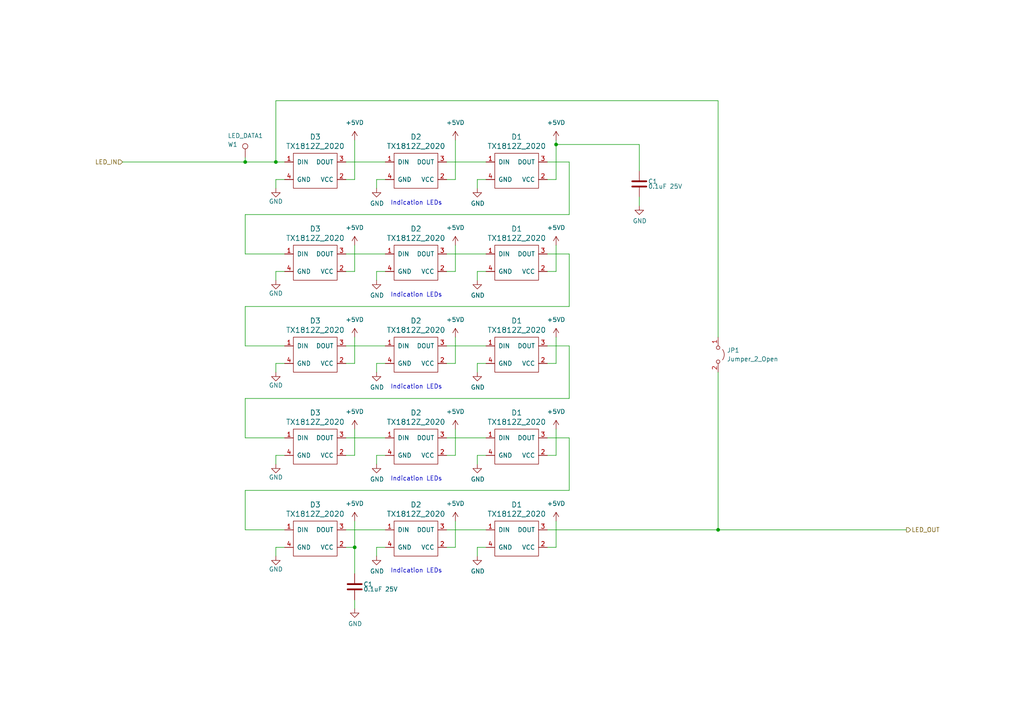
<source format=kicad_sch>
(kicad_sch (version 20230121) (generator eeschema)
  (paper "A4")
  (lib_symbols
    (symbol "Device:C" (pin_numbers hide) (pin_names (offset 0.254))
      (property "Reference" "C" (at 0.635 2.54 0))
      (property "Value" "C" (at 0.635 -2.54 0))
      (symbol "C_0_1"
        (polyline (pts (xy -2.032 -0.762) (xy 2.032 -0.762)) (stroke (width 0.508)))
        (polyline (pts (xy -2.032 0.762) (xy 2.032 0.762)) (stroke (width 0.508)))
      )
      (symbol "C_1_1"
        (pin passive line (at 0 3.81 270) (length 2.794) (name "~") (number "1"))
        (pin passive line (at 0 -3.81 90) (length 2.794) (name "~") (number "2"))
      )
    )
    (symbol "Jumper:Jumper_2_Open" (pin_names (offset 0) hide)
      (property "Reference" "JP" (at 0 2.794 0))
      (property "Value" "Jumper_2_Open" (at 0 -2.286 0))
      (symbol "Jumper_2_Open_0_0"
        (circle (center -2.032 0) (radius 0.508))
        (circle (center 2.032 0) (radius 0.508))
      )
      (symbol "Jumper_2_Open_0_1"
        (arc (start 1.524 1.27) (mid 0 1.778) (end -1.524 1.27))
      )
      (symbol "Jumper_2_Open_1_1"
        (pin passive line (at -5.08 0 0) (length 2.54) (name "A") (number "1"))
        (pin passive line (at 5.08 0 180) (length 2.54) (name "B") (number "2"))
      )
    )
    (symbol "Pixels-dice:TEST_1P-conn" (pin_numbers hide) (pin_names (offset 0.762) hide)
      (property "Reference" "W" (at 0 6.858 0))
      (property "Value" "TEST_1P-conn" (at 0 5.08 0))
      (symbol "TEST_1P-conn_0_1"
        (circle (center 0 3.302) (radius 0.762))
      )
      (symbol "TEST_1P-conn_1_1"
        (pin passive line (at 0 0 90) (length 2.54) (name "1") (number "1"))
      )
    )
    (symbol "Pixels-dice:TX1812Z_2020" (pin_names (offset 1.016))
      (property "Reference" "D" (at 0 -6.35 0))
      (property "Value" "TX1812Z_2020" (at 0 6.35 0))
      (symbol "TX1812Z_2020_0_1"
        (rectangle (start -6.35 5.08) (end 6.35 -5.08))
      )
      (symbol "TX1812Z_2020_1_1"
        (pin input line (at -8.89 2.54 0) (length 2.54) (name "DIN") (number "1"))
        (pin power_in line (at 8.89 -2.54 180) (length 2.54) (name "VCC") (number "2"))
        (pin output line (at 8.89 2.54 180) (length 2.54) (name "DOUT") (number "3"))
        (pin power_in line (at -8.89 -2.54 0) (length 2.54) (name "GND") (number "4"))
      )
    )
    (symbol "power:+5VD" (power) (pin_names (offset 0))
      (property "Value" "+5VD" (at 0 3.556 0))
      (symbol "+5VD_0_1"
        (polyline (pts (xy -0.762 1.27) (xy 0 2.54)))
        (polyline (pts (xy 0 0) (xy 0 2.54)))
        (polyline (pts (xy 0 2.54) (xy 0.762 1.27)))
      )
      (symbol "+5VD_1_1"
        (pin power_in line (at 0 0 90) (length 0) hide (name "+5VD") (number "1"))
      )
    )
    (symbol "power:GND" (power) (pin_names (offset 0))
      (property "Value" "GND" (at 0 -3.81 0))
      (symbol "GND_0_1"
        (polyline (pts (xy 0 0) (xy 0 -1.27) (xy 1.27 -1.27) (xy 0 -2.54) (xy -1.27 -1.27) (xy 0 -1.27)))
      )
      (symbol "GND_1_1"
        (pin power_in line (at 0 0 270) (length 0) hide (name "GND") (number "1"))
      )
    )
  )
  (junction (at 71.12 46.99))
  (junction (at 161.29 41.91))
  (junction (at 208.28 153.67))
  (junction (at 102.87 158.75))
  (junction (at 80.01 46.99))
  (wire (pts (xy 71.12 100.33) (xy 82.55 100.33)))
  (wire (pts (xy 100.33 105.41) (xy 102.87 105.41)))
  (wire (pts (xy 100.33 73.66) (xy 111.76 73.66)))
  (wire (pts (xy 129.54 127) (xy 140.97 127)))
  (wire (pts (xy 208.28 29.21) (xy 208.28 97.79)))
  (wire (pts (xy 100.33 78.74) (xy 102.87 78.74)))
  (wire (pts (xy 109.22 81.28) (xy 109.22 78.74)))
  (wire (pts (xy 138.43 132.08) (xy 140.97 132.08)))
  (wire (pts (xy 100.33 158.75) (xy 102.87 158.75)))
  (wire (pts (xy 80.01 78.74) (xy 80.01 81.28)))
  (wire (pts (xy 100.33 46.99) (xy 111.76 46.99)))
  (wire (pts (xy 132.08 40.64) (xy 132.08 52.07)))
  (wire (pts (xy 102.87 124.46) (xy 102.87 132.08)))
  (wire (pts (xy 185.42 41.91) (xy 185.42 49.53)))
  (wire (pts (xy 132.08 97.79) (xy 132.08 105.41)))
  (wire (pts (xy 165.1 62.23) (xy 71.12 62.23)))
  (wire (pts (xy 102.87 173.99) (xy 102.87 176.53)))
  (wire (pts (xy 102.87 71.12) (xy 102.87 78.74)))
  (wire (pts (xy 100.33 100.33) (xy 111.76 100.33)))
  (wire (pts (xy 80.01 158.75) (xy 80.01 161.29)))
  (wire (pts (xy 80.01 132.08) (xy 82.55 132.08)))
  (wire (pts (xy 185.42 57.15) (xy 185.42 59.69)))
  (wire (pts (xy 158.75 105.41) (xy 161.29 105.41)))
  (wire (pts (xy 165.1 100.33) (xy 165.1 115.57)))
  (wire (pts (xy 80.01 29.21) (xy 208.28 29.21)))
  (wire (pts (xy 80.01 132.08) (xy 80.01 134.62)))
  (wire (pts (xy 161.29 97.79) (xy 161.29 105.41)))
  (wire (pts (xy 80.01 158.75) (xy 82.55 158.75)))
  (wire (pts (xy 138.43 158.75) (xy 140.97 158.75)))
  (wire (pts (xy 129.54 153.67) (xy 140.97 153.67)))
  (wire (pts (xy 109.22 78.74) (xy 111.76 78.74)))
  (wire (pts (xy 102.87 97.79) (xy 102.87 105.41)))
  (wire (pts (xy 109.22 105.41) (xy 111.76 105.41)))
  (wire (pts (xy 71.12 115.57) (xy 71.12 127)))
  (wire (pts (xy 80.01 78.74) (xy 82.55 78.74)))
  (wire (pts (xy 109.22 54.61) (xy 109.22 52.07)))
  (wire (pts (xy 100.33 132.08) (xy 102.87 132.08)))
  (wire (pts (xy 158.75 127) (xy 165.1 127)))
  (wire (pts (xy 129.54 52.07) (xy 132.08 52.07)))
  (wire (pts (xy 100.33 127) (xy 111.76 127)))
  (wire (pts (xy 161.29 41.91) (xy 161.29 52.07)))
  (wire (pts (xy 158.75 52.07) (xy 161.29 52.07)))
  (wire (pts (xy 138.43 52.07) (xy 140.97 52.07)))
  (wire (pts (xy 80.01 46.99) (xy 71.12 46.99)))
  (wire (pts (xy 35.56 46.99) (xy 71.12 46.99)))
  (wire (pts (xy 71.12 62.23) (xy 71.12 73.66)))
  (wire (pts (xy 185.42 41.91) (xy 161.29 41.91)))
  (wire (pts (xy 100.33 153.67) (xy 111.76 153.67)))
  (wire (pts (xy 161.29 124.46) (xy 161.29 132.08)))
  (wire (pts (xy 161.29 151.13) (xy 161.29 158.75)))
  (wire (pts (xy 71.12 153.67) (xy 82.55 153.67)))
  (wire (pts (xy 80.01 105.41) (xy 80.01 107.95)))
  (wire (pts (xy 100.33 52.07) (xy 102.87 52.07)))
  (wire (pts (xy 158.75 132.08) (xy 161.29 132.08)))
  (wire (pts (xy 71.12 45.72) (xy 71.12 46.99)))
  (wire (pts (xy 208.28 107.95) (xy 208.28 153.67)))
  (wire (pts (xy 158.75 158.75) (xy 161.29 158.75)))
  (wire (pts (xy 165.1 127) (xy 165.1 142.24)))
  (wire (pts (xy 129.54 100.33) (xy 140.97 100.33)))
  (wire (pts (xy 109.22 158.75) (xy 111.76 158.75)))
  (wire (pts (xy 109.22 161.29) (xy 109.22 158.75)))
  (wire (pts (xy 132.08 71.12) (xy 132.08 78.74)))
  (wire (pts (xy 80.01 46.99) (xy 80.01 29.21)))
  (wire (pts (xy 102.87 151.13) (xy 102.87 158.75)))
  (wire (pts (xy 82.55 46.99) (xy 80.01 46.99)))
  (wire (pts (xy 109.22 134.62) (xy 109.22 132.08)))
  (wire (pts (xy 129.54 46.99) (xy 140.97 46.99)))
  (wire (pts (xy 129.54 73.66) (xy 140.97 73.66)))
  (wire (pts (xy 80.01 105.41) (xy 82.55 105.41)))
  (wire (pts (xy 71.12 127) (xy 82.55 127)))
  (wire (pts (xy 129.54 158.75) (xy 132.08 158.75)))
  (wire (pts (xy 102.87 158.75) (xy 102.87 166.37)))
  (wire (pts (xy 109.22 52.07) (xy 111.76 52.07)))
  (wire (pts (xy 129.54 105.41) (xy 132.08 105.41)))
  (wire (pts (xy 138.43 52.07) (xy 138.43 54.61)))
  (wire (pts (xy 132.08 151.13) (xy 132.08 158.75)))
  (wire (pts (xy 138.43 132.08) (xy 138.43 134.62)))
  (wire (pts (xy 158.75 78.74) (xy 161.29 78.74)))
  (wire (pts (xy 165.1 46.99) (xy 165.1 62.23)))
  (wire (pts (xy 138.43 105.41) (xy 138.43 107.95)))
  (wire (pts (xy 165.1 142.24) (xy 71.12 142.24)))
  (wire (pts (xy 161.29 40.64) (xy 161.29 41.91)))
  (wire (pts (xy 129.54 132.08) (xy 132.08 132.08)))
  (wire (pts (xy 132.08 124.46) (xy 132.08 132.08)))
  (wire (pts (xy 165.1 88.9) (xy 71.12 88.9)))
  (wire (pts (xy 208.28 153.67) (xy 262.89 153.67)))
  (wire (pts (xy 158.75 46.99) (xy 165.1 46.99)))
  (wire (pts (xy 158.75 73.66) (xy 165.1 73.66)))
  (wire (pts (xy 80.01 52.07) (xy 82.55 52.07)))
  (wire (pts (xy 129.54 78.74) (xy 132.08 78.74)))
  (wire (pts (xy 138.43 78.74) (xy 140.97 78.74)))
  (wire (pts (xy 138.43 158.75) (xy 138.43 161.29)))
  (wire (pts (xy 138.43 105.41) (xy 140.97 105.41)))
  (wire (pts (xy 102.87 40.64) (xy 102.87 52.07)))
  (wire (pts (xy 138.43 78.74) (xy 138.43 81.28)))
  (wire (pts (xy 165.1 115.57) (xy 71.12 115.57)))
  (wire (pts (xy 161.29 71.12) (xy 161.29 78.74)))
  (wire (pts (xy 158.75 100.33) (xy 165.1 100.33)))
  (wire (pts (xy 109.22 107.95) (xy 109.22 105.41)))
  (wire (pts (xy 165.1 73.66) (xy 165.1 88.9)))
  (wire (pts (xy 71.12 88.9) (xy 71.12 100.33)))
  (wire (pts (xy 71.12 142.24) (xy 71.12 153.67)))
  (wire (pts (xy 158.75 153.67) (xy 208.28 153.67)))
  (wire (pts (xy 71.12 73.66) (xy 82.55 73.66)))
  (wire (pts (xy 109.22 132.08) (xy 111.76 132.08)))
  (wire (pts (xy 80.01 52.07) (xy 80.01 54.61)))
  (text "Indication LEDs" (at 128.27 139.7 0) (effects (font (size 1.27 1.27)) (justify right bottom)))
  (text "Indication LEDs" (at 128.27 86.36 0) (effects (font (size 1.27 1.27)) (justify right bottom)))
  (text "Indication LEDs" (at 128.27 113.03 0) (effects (font (size 1.27 1.27)) (justify right bottom)))
  (text "Indication LEDs" (at 128.27 166.37 0) (effects (font (size 1.27 1.27)) (justify right bottom)))
  (text "Indication LEDs" (at 128.27 59.69 0) (effects (font (size 1.27 1.27)) (justify right bottom)))
  (hierarchical_label "LED_OUT" (shape output) (at 262.89 153.67 0))
  (hierarchical_label "LED_IN" (shape input) (at 35.56 46.99 180))
  (symbol (lib_id "power:GND") (at 102.87 176.53 0) (unit 1)
    (property "Reference" "#PWR01" (effects hide))
    (property "Value" "GND" (at 102.997 180.9242 0))
    (instances (project "Main" (path "" (reference "#PWR01") (unit 1)) (path "" (reference "#PWR0116") (unit 1))))
  )
  (symbol (lib_id "power:GND") (at 138.43 107.95 0) (unit 1)
    (property "Reference" "#PWR015" (effects hide))
    (property "Value" "GND" (at 138.557 112.3442 0))
    (instances (project "Main" (path "" (reference "#PWR015") (unit 1)) (path "" (reference "#PWR0106") (unit 1))))
  )
  (symbol (lib_id "Pixels-dice:TX1812Z_2020") (at 120.65 156.21 0) (unit 1)
    (property "Reference" "D2" (at 120.65 146.3802 0) (effects (font (size 1.524 1.524))))
    (property "Value" "TX1812Z_2020" (at 120.65 149.0726 0) (effects (font (size 1.524 1.524))))
    (property "Footprint" "Pixels-dice:TX1812Z_2020" (effects hide))
    (property "Manufacturer" "TCWIN" (effects hide))
    (property "Manufacturer Part Number" "TC2020RGB-3CJH-TX1812Z5" (effects hide))
    (property "Generic OK" "NO" (effects hide))
    (property "LCSC Part #" "C784564" (effects hide))
    (instances (project "Main" (path "" (reference "D2") (unit 1)) (path "" (reference "D15") (unit 1))))
  )
  (symbol (lib_id "power:+5VD") (at 132.08 71.12 0) (mirror y) (unit 1)
    (property "Reference" "#PWR018" (effects hide))
    (property "Value" "+5VD" (at 132.08 66.04 0))
    (instances (project "Main" (path "" (reference "#PWR018") (unit 1)) (path "" (reference "#PWR065") (unit 1))))
  )
  (symbol (lib_id "power:+5VD") (at 102.87 151.13 0) (mirror y) (unit 1)
    (property "Reference" "#PWR025" (effects hide))
    (property "Value" "+5VD" (at 102.87 146.05 0))
    (instances (project "Main" (path "" (reference "#PWR025") (unit 1)) (path "" (reference "#PWR0111") (unit 1))))
  )
  (symbol (lib_id "power:+5VD") (at 161.29 40.64 0) (mirror y) (unit 1)
    (property "Reference" "#PWR06" (effects hide))
    (property "Value" "+5VD" (at 161.29 35.56 0))
  )
  (symbol (lib_id "power:+5VD") (at 102.87 124.46 0) (mirror y) (unit 1)
    (property "Reference" "#PWR025" (effects hide))
    (property "Value" "+5VD" (at 102.87 119.38 0))
    (instances (project "Main" (path "" (reference "#PWR025") (unit 1)) (path "" (reference "#PWR0101") (unit 1))))
  )
  (symbol (lib_id "power:GND") (at 109.22 134.62 0) (unit 1)
    (property "Reference" "#PWR022" (effects hide))
    (property "Value" "GND" (at 109.347 139.0142 0))
    (instances (project "Main" (path "" (reference "#PWR022") (unit 1)) (path "" (reference "#PWR0103") (unit 1))))
  )
  (symbol (lib_id "power:GND") (at 185.42 59.69 0) (unit 1)
    (property "Reference" "#PWR01" (effects hide))
    (property "Value" "GND" (at 185.547 64.0842 0))
  )
  (symbol (lib_id "power:GND") (at 138.43 134.62 0) (unit 1)
    (property "Reference" "#PWR015" (effects hide))
    (property "Value" "GND" (at 138.557 139.0142 0))
    (instances (project "Main" (path "" (reference "#PWR015") (unit 1)) (path "" (reference "#PWR0107") (unit 1))))
  )
  (symbol (lib_id "power:GND") (at 109.22 161.29 0) (unit 1)
    (property "Reference" "#PWR022" (effects hide))
    (property "Value" "GND" (at 109.347 165.6842 0))
    (instances (project "Main" (path "" (reference "#PWR022") (unit 1)) (path "" (reference "#PWR0112") (unit 1))))
  )
  (symbol (lib_id "Pixels-dice:TX1812Z_2020") (at 149.86 49.53 0) (unit 1)
    (property "Reference" "D1" (at 149.86 39.7002 0) (effects (font (size 1.524 1.524))))
    (property "Value" "TX1812Z_2020" (at 149.86 42.3926 0) (effects (font (size 1.524 1.524))))
    (property "Footprint" "Pixels-dice:TX1812Z_2020" (effects hide))
    (property "Manufacturer" "TCWIN" (effects hide))
    (property "Manufacturer Part Number" "TC2020RGB-3CJH-TX1812Z5" (effects hide))
    (property "Generic OK" "NO" (effects hide))
    (property "LCSC Part #" "C784564" (effects hide))
  )
  (symbol (lib_id "Pixels-dice:TX1812Z_2020") (at 120.65 49.53 0) (unit 1)
    (property "Reference" "D2" (at 120.65 39.7002 0) (effects (font (size 1.524 1.524))))
    (property "Value" "TX1812Z_2020" (at 120.65 42.3926 0) (effects (font (size 1.524 1.524))))
    (property "Footprint" "Pixels-dice:TX1812Z_2020" (effects hide))
    (property "Manufacturer" "TCWIN" (effects hide))
    (property "Manufacturer Part Number" "TC2020RGB-3CJH-TX1812Z5" (effects hide))
    (property "Generic OK" "NO" (effects hide))
    (property "LCSC Part #" "C784564" (effects hide))
  )
  (symbol (lib_id "Pixels-dice:TX1812Z_2020") (at 149.86 156.21 0) (unit 1)
    (property "Reference" "D1" (at 149.86 146.3802 0) (effects (font (size 1.524 1.524))))
    (property "Value" "TX1812Z_2020" (at 149.86 149.0726 0) (effects (font (size 1.524 1.524))))
    (property "Footprint" "Pixels-dice:TX1812Z_2020" (effects hide))
    (property "Manufacturer" "TCWIN" (effects hide))
    (property "Manufacturer Part Number" "TC2020RGB-3CJH-TX1812Z5" (effects hide))
    (property "Generic OK" "NO" (effects hide))
    (property "LCSC Part #" "C784564" (effects hide))
    (instances (project "Main" (path "" (reference "D1") (unit 1)) (path "" (reference "D16") (unit 1))))
  )
  (symbol (lib_id "Pixels-dice:TX1812Z_2020") (at 91.44 49.53 0) (unit 1)
    (property "Reference" "D3" (at 91.44 39.7002 0) (effects (font (size 1.524 1.524))))
    (property "Value" "TX1812Z_2020" (at 91.44 42.3926 0) (effects (font (size 1.524 1.524))))
    (property "Footprint" "Pixels-dice:TX1812Z_2020" (effects hide))
    (property "Manufacturer" "TCWIN" (effects hide))
    (property "Manufacturer Part Number" "TC2020RGB-3CJH-TX1812Z5" (effects hide))
    (property "Generic OK" "NO" (effects hide))
    (property "LCSC Part #" "C784564" (effects hide))
  )
  (symbol (lib_id "Jumper:Jumper_2_Open") (at 208.28 102.87 270) (unit 1)
    (property "Reference" "JP1" (at 210.82 101.6 90) (effects (justify left)))
    (property "Value" "Jumper_2_Open" (at 210.82 104.14 90) (effects (justify left)))
    (property "Footprint" "Connector_PinHeader_2.54mm:PinHeader_1x02_P2.54mm_Vertical" (effects hide))
  )
  (symbol (lib_id "power:+5VD") (at 132.08 124.46 0) (mirror y) (unit 1)
    (property "Reference" "#PWR018" (effects hide))
    (property "Value" "+5VD" (at 132.08 119.38 0))
    (instances (project "Main" (path "" (reference "#PWR018") (unit 1)) (path "" (reference "#PWR0105") (unit 1))))
  )
  (symbol (lib_id "power:GND") (at 109.22 81.28 0) (unit 1)
    (property "Reference" "#PWR022" (effects hide))
    (property "Value" "GND" (at 109.347 85.6742 0))
    (instances (project "Main" (path "" (reference "#PWR022") (unit 1)) (path "" (reference "#PWR064") (unit 1))))
  )
  (symbol (lib_id "power:GND") (at 138.43 54.61 0) (unit 1)
    (property "Reference" "#PWR015" (effects hide))
    (property "Value" "GND" (at 138.557 59.0042 0))
  )
  (symbol (lib_id "Pixels-dice:TX1812Z_2020") (at 120.65 129.54 0) (unit 1)
    (property "Reference" "D2" (at 120.65 119.7102 0) (effects (font (size 1.524 1.524))))
    (property "Value" "TX1812Z_2020" (at 120.65 122.4026 0) (effects (font (size 1.524 1.524))))
    (property "Footprint" "Pixels-dice:TX1812Z_2020" (effects hide))
    (property "Manufacturer" "TCWIN" (effects hide))
    (property "Manufacturer Part Number" "TC2020RGB-3CJH-TX1812Z5" (effects hide))
    (property "Generic OK" "NO" (effects hide))
    (property "LCSC Part #" "C784564" (effects hide))
    (instances (project "Main" (path "" (reference "D2") (unit 1)) (path "" (reference "D11") (unit 1))))
  )
  (symbol (lib_id "Pixels-dice:TX1812Z_2020") (at 91.44 129.54 0) (unit 1)
    (property "Reference" "D3" (at 91.44 119.7102 0) (effects (font (size 1.524 1.524))))
    (property "Value" "TX1812Z_2020" (at 91.44 122.4026 0) (effects (font (size 1.524 1.524))))
    (property "Footprint" "Pixels-dice:TX1812Z_2020" (effects hide))
    (property "Manufacturer" "TCWIN" (effects hide))
    (property "Manufacturer Part Number" "TC2020RGB-3CJH-TX1812Z5" (effects hide))
    (property "Generic OK" "NO" (effects hide))
    (property "LCSC Part #" "C784564" (effects hide))
    (instances (project "Main" (path "" (reference "D3") (unit 1)) (path "" (reference "D9") (unit 1))))
  )
  (symbol (lib_id "power:GND") (at 80.01 161.29 0) (unit 1)
    (property "Reference" "#PWR028" (effects hide))
    (property "Value" "GND" (at 80.01 165.1 0))
    (instances (project "Main" (path "" (reference "#PWR028") (unit 1)) (path "" (reference "#PWR0110") (unit 1))))
  )
  (symbol (lib_id "Pixels-dice:TX1812Z_2020") (at 120.65 102.87 0) (unit 1)
    (property "Reference" "D2" (at 120.65 93.0402 0) (effects (font (size 1.524 1.524))))
    (property "Value" "TX1812Z_2020" (at 120.65 95.7326 0) (effects (font (size 1.524 1.524))))
    (property "Footprint" "Pixels-dice:TX1812Z_2020" (effects hide))
    (property "Manufacturer" "TCWIN" (effects hide))
    (property "Manufacturer Part Number" "TC2020RGB-3CJH-TX1812Z5" (effects hide))
    (property "Generic OK" "NO" (effects hide))
    (property "LCSC Part #" "C784564" (effects hide))
    (instances (project "Main" (path "" (reference "D2") (unit 1)) (path "" (reference "D10") (unit 1))))
  )
  (symbol (lib_id "Device:C") (at 102.87 170.18 0) (mirror y) (unit 1)
    (property "Reference" "C1" (at 105.41 170.18 0) (effects (justify right bottom)))
    (property "Value" "0.1uF 25V" (at 105.41 170.18 0) (effects (justify right top)))
    (property "Footprint" "Capacitor_SMD:C_0402_1005Metric" (effects hide))
    (property "Generic OK" "YES" (effects hide))
    (property "Manufacturer" "YAGEO" (effects hide))
    (property "Manufacturer Part Number" "CC0402KRX7R8BB104" (effects hide))
    (property "LCSC Part #" "C105883" (effects hide))
    (instances (project "Main" (path "" (reference "C1") (unit 1)) (path "" (reference "C19") (unit 1))))
  )
  (symbol (lib_id "Pixels-dice:TEST_1P-conn") (at 71.12 45.72 0) (unit 1)
    (property "Reference" "W1" (at 66.04 41.91 0) (effects (justify left)))
    (property "Value" "LED_DATA1" (at 66.04 39.37 0) (effects (justify left)))
    (property "Footprint" "Pixels-dice:TestPoint_1.5x1.5_Drill0.9mm" (effects hide))
  )
  (symbol (lib_id "Device:C") (at 185.42 53.34 0) (mirror y) (unit 1)
    (property "Reference" "C1" (at 187.96 53.34 0) (effects (justify right bottom)))
    (property "Value" "0.1uF 25V" (at 187.96 53.34 0) (effects (justify right top)))
    (property "Footprint" "Capacitor_SMD:C_0402_1005Metric" (effects hide))
    (property "Generic OK" "YES" (effects hide))
    (property "Manufacturer" "YAGEO" (effects hide))
    (property "Manufacturer Part Number" "CC0402KRX7R8BB104" (effects hide))
    (property "LCSC Part #" "C105883" (effects hide))
  )
  (symbol (lib_id "power:+5VD") (at 102.87 40.64 0) (mirror y) (unit 1)
    (property "Reference" "#PWR025" (effects hide))
    (property "Value" "+5VD" (at 102.87 35.56 0))
  )
  (symbol (lib_id "power:GND") (at 80.01 81.28 0) (unit 1)
    (property "Reference" "#PWR028" (effects hide))
    (property "Value" "GND" (at 80.01 85.09 0))
    (instances (project "Main" (path "" (reference "#PWR028") (unit 1)) (path "" (reference "#PWR057") (unit 1))))
  )
  (symbol (lib_id "power:GND") (at 80.01 107.95 0) (unit 1)
    (property "Reference" "#PWR028" (effects hide))
    (property "Value" "GND" (at 80.01 111.76 0))
    (instances (project "Main" (path "" (reference "#PWR028") (unit 1)) (path "" (reference "#PWR068") (unit 1))))
  )
  (symbol (lib_id "power:+5VD") (at 161.29 151.13 0) (mirror y) (unit 1)
    (property "Reference" "#PWR06" (effects hide))
    (property "Value" "+5VD" (at 161.29 146.05 0))
    (instances (project "Main" (path "" (reference "#PWR06") (unit 1)) (path "" (reference "#PWR0115") (unit 1))))
  )
  (symbol (lib_id "power:+5VD") (at 132.08 151.13 0) (mirror y) (unit 1)
    (property "Reference" "#PWR018" (effects hide))
    (property "Value" "+5VD" (at 132.08 146.05 0))
    (instances (project "Main" (path "" (reference "#PWR018") (unit 1)) (path "" (reference "#PWR0113") (unit 1))))
  )
  (symbol (lib_id "power:+5VD") (at 161.29 124.46 0) (mirror y) (unit 1)
    (property "Reference" "#PWR06" (effects hide))
    (property "Value" "+5VD" (at 161.29 119.38 0))
    (instances (project "Main" (path "" (reference "#PWR06") (unit 1)) (path "" (reference "#PWR0109") (unit 1))))
  )
  (symbol (lib_id "Pixels-dice:TX1812Z_2020") (at 91.44 156.21 0) (unit 1)
    (property "Reference" "D3" (at 91.44 146.3802 0) (effects (font (size 1.524 1.524))))
    (property "Value" "TX1812Z_2020" (at 91.44 149.0726 0) (effects (font (size 1.524 1.524))))
    (property "Footprint" "Pixels-dice:TX1812Z_2020" (effects hide))
    (property "Manufacturer" "TCWIN" (effects hide))
    (property "Manufacturer Part Number" "TC2020RGB-3CJH-TX1812Z5" (effects hide))
    (property "Generic OK" "NO" (effects hide))
    (property "LCSC Part #" "C784564" (effects hide))
    (instances (project "Main" (path "" (reference "D3") (unit 1)) (path "" (reference "D14") (unit 1))))
  )
  (symbol (lib_id "power:GND") (at 138.43 161.29 0) (unit 1)
    (property "Reference" "#PWR015" (effects hide))
    (property "Value" "GND" (at 138.557 165.6842 0))
    (instances (project "Main" (path "" (reference "#PWR015") (unit 1)) (path "" (reference "#PWR0114") (unit 1))))
  )
  (symbol (lib_id "power:GND") (at 138.43 81.28 0) (unit 1)
    (property "Reference" "#PWR015" (effects hide))
    (property "Value" "GND" (at 138.557 85.6742 0))
    (instances (project "Main" (path "" (reference "#PWR015") (unit 1)) (path "" (reference "#PWR066") (unit 1))))
  )
  (symbol (lib_id "power:+5VD") (at 102.87 71.12 0) (mirror y) (unit 1)
    (property "Reference" "#PWR025" (effects hide))
    (property "Value" "+5VD" (at 102.87 66.04 0))
    (instances (project "Main" (path "" (reference "#PWR025") (unit 1)) (path "" (reference "#PWR058") (unit 1))))
  )
  (symbol (lib_id "Pixels-dice:TX1812Z_2020") (at 120.65 76.2 0) (unit 1)
    (property "Reference" "D2" (at 120.65 66.3702 0) (effects (font (size 1.524 1.524))))
    (property "Value" "TX1812Z_2020" (at 120.65 69.0626 0) (effects (font (size 1.524 1.524))))
    (property "Footprint" "Pixels-dice:TX1812Z_2020" (effects hide))
    (property "Manufacturer" "TCWIN" (effects hide))
    (property "Manufacturer Part Number" "TC2020RGB-3CJH-TX1812Z5" (effects hide))
    (property "Generic OK" "NO" (effects hide))
    (property "LCSC Part #" "C784564" (effects hide))
    (instances (project "Main" (path "" (reference "D2") (unit 1)) (path "" (reference "D6") (unit 1))))
  )
  (symbol (lib_id "power:+5VD") (at 161.29 71.12 0) (mirror y) (unit 1)
    (property "Reference" "#PWR06" (effects hide))
    (property "Value" "+5VD" (at 161.29 66.04 0))
    (instances (project "Main" (path "" (reference "#PWR06") (unit 1)) (path "" (reference "#PWR067") (unit 1))))
  )
  (symbol (lib_id "power:+5VD") (at 102.87 97.79 0) (mirror y) (unit 1)
    (property "Reference" "#PWR025" (effects hide))
    (property "Value" "+5VD" (at 102.87 92.71 0))
    (instances (project "Main" (path "" (reference "#PWR025") (unit 1)) (path "" (reference "#PWR072") (unit 1))))
  )
  (symbol (lib_id "power:GND") (at 80.01 134.62 0) (unit 1)
    (property "Reference" "#PWR028" (effects hide))
    (property "Value" "GND" (at 80.01 138.43 0))
    (instances (project "Main" (path "" (reference "#PWR028") (unit 1)) (path "" (reference "#PWR069") (unit 1))))
  )
  (symbol (lib_id "power:GND") (at 109.22 54.61 0) (unit 1)
    (property "Reference" "#PWR022" (effects hide))
    (property "Value" "GND" (at 109.347 59.0042 0))
  )
  (symbol (lib_id "power:GND") (at 80.01 54.61 0) (unit 1)
    (property "Reference" "#PWR028" (effects hide))
    (property "Value" "GND" (at 80.01 58.42 0))
  )
  (symbol (lib_id "power:+5VD") (at 132.08 97.79 0) (mirror y) (unit 1)
    (property "Reference" "#PWR018" (effects hide))
    (property "Value" "+5VD" (at 132.08 92.71 0))
    (instances (project "Main" (path "" (reference "#PWR018") (unit 1)) (path "" (reference "#PWR0104") (unit 1))))
  )
  (symbol (lib_id "power:+5VD") (at 161.29 97.79 0) (mirror y) (unit 1)
    (property "Reference" "#PWR06" (effects hide))
    (property "Value" "+5VD" (at 161.29 92.71 0))
    (instances (project "Main" (path "" (reference "#PWR06") (unit 1)) (path "" (reference "#PWR0108") (unit 1))))
  )
  (symbol (lib_id "Pixels-dice:TX1812Z_2020") (at 149.86 129.54 0) (unit 1)
    (property "Reference" "D1" (at 149.86 119.7102 0) (effects (font (size 1.524 1.524))))
    (property "Value" "TX1812Z_2020" (at 149.86 122.4026 0) (effects (font (size 1.524 1.524))))
    (property "Footprint" "Pixels-dice:TX1812Z_2020" (effects hide))
    (property "Manufacturer" "TCWIN" (effects hide))
    (property "Manufacturer Part Number" "TC2020RGB-3CJH-TX1812Z5" (effects hide))
    (property "Generic OK" "NO" (effects hide))
    (property "LCSC Part #" "C784564" (effects hide))
    (instances (project "Main" (path "" (reference "D1") (unit 1)) (path "" (reference "D13") (unit 1))))
  )
  (symbol (lib_id "power:GND") (at 109.22 107.95 0) (unit 1)
    (property "Reference" "#PWR022" (effects hide))
    (property "Value" "GND" (at 109.347 112.3442 0))
    (instances (project "Main" (path "" (reference "#PWR022") (unit 1)) (path "" (reference "#PWR0102") (unit 1))))
  )
  (symbol (lib_id "Pixels-dice:TX1812Z_2020") (at 149.86 102.87 0) (unit 1)
    (property "Reference" "D1" (at 149.86 93.0402 0) (effects (font (size 1.524 1.524))))
    (property "Value" "TX1812Z_2020" (at 149.86 95.7326 0) (effects (font (size 1.524 1.524))))
    (property "Footprint" "Pixels-dice:TX1812Z_2020" (effects hide))
    (property "Manufacturer" "TCWIN" (effects hide))
    (property "Manufacturer Part Number" "TC2020RGB-3CJH-TX1812Z5" (effects hide))
    (property "Generic OK" "NO" (effects hide))
    (property "LCSC Part #" "C784564" (effects hide))
    (instances (project "Main" (path "" (reference "D1") (unit 1)) (path "" (reference "D12") (unit 1))))
  )
  (symbol (lib_id "Pixels-dice:TX1812Z_2020") (at 149.86 76.2 0) (unit 1)
    (property "Reference" "D1" (at 149.86 66.3702 0) (effects (font (size 1.524 1.524))))
    (property "Value" "TX1812Z_2020" (at 149.86 69.0626 0) (effects (font (size 1.524 1.524))))
    (property "Footprint" "Pixels-dice:TX1812Z_2020" (effects hide))
    (property "Manufacturer" "TCWIN" (effects hide))
    (property "Manufacturer Part Number" "TC2020RGB-3CJH-TX1812Z5" (effects hide))
    (property "Generic OK" "NO" (effects hide))
    (property "LCSC Part #" "C784564" (effects hide))
    (instances (project "Main" (path "" (reference "D1") (unit 1)) (path "" (reference "D7") (unit 1))))
  )
  (symbol (lib_id "Pixels-dice:TX1812Z_2020") (at 91.44 76.2 0) (unit 1)
    (property "Reference" "D3" (at 91.44 66.3702 0) (effects (font (size 1.524 1.524))))
    (property "Value" "TX1812Z_2020" (at 91.44 69.0626 0) (effects (font (size 1.524 1.524))))
    (property "Footprint" "Pixels-dice:TX1812Z_2020" (effects hide))
    (property "Manufacturer" "TCWIN" (effects hide))
    (property "Manufacturer Part Number" "TC2020RGB-3CJH-TX1812Z5" (effects hide))
    (property "Generic OK" "NO" (effects hide))
    (property "LCSC Part #" "C784564" (effects hide))
    (instances (project "Main" (path "" (reference "D3") (unit 1)) (path "" (reference "D4") (unit 1))))
  )
  (symbol (lib_id "power:+5VD") (at 132.08 40.64 0) (mirror y) (unit 1)
    (property "Reference" "#PWR018" (effects hide))
    (property "Value" "+5VD" (at 132.08 35.56 0))
  )
  (symbol (lib_id "Pixels-dice:TX1812Z_2020") (at 91.44 102.87 0) (unit 1)
    (property "Reference" "D3" (at 91.44 93.0402 0) (effects (font (size 1.524 1.524))))
    (property "Value" "TX1812Z_2020" (at 91.44 95.7326 0) (effects (font (size 1.524 1.524))))
    (property "Footprint" "Pixels-dice:TX1812Z_2020" (effects hide))
    (property "Manufacturer" "TCWIN" (effects hide))
    (property "Manufacturer Part Number" "TC2020RGB-3CJH-TX1812Z5" (effects hide))
    (property "Generic OK" "NO" (effects hide))
    (property "LCSC Part #" "C784564" (effects hide))
    (instances (project "Main" (path "" (reference "D3") (unit 1)) (path "" (reference "D8") (unit 1))))
  )
)
</source>
